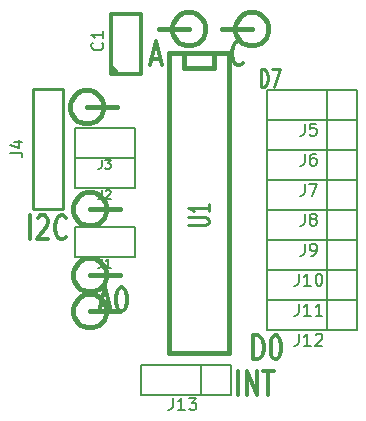
<source format=gto>
G04 (created by PCBNEW-RS274X (2011-05-25)-stable) date Thu 05 Jul 2012 10:45:02 PM EDT*
G01*
G70*
G90*
%MOIN*%
G04 Gerber Fmt 3.4, Leading zero omitted, Abs format*
%FSLAX34Y34*%
G04 APERTURE LIST*
%ADD10C,0.006000*%
%ADD11C,0.010000*%
%ADD12C,0.012000*%
%ADD13C,0.015000*%
%ADD14C,0.011300*%
%ADD15C,0.008000*%
G04 APERTURE END LIST*
G54D10*
G54D11*
X58305Y-26643D02*
X58305Y-26043D01*
X58400Y-26043D01*
X58458Y-26071D01*
X58496Y-26129D01*
X58515Y-26186D01*
X58534Y-26300D01*
X58534Y-26386D01*
X58515Y-26500D01*
X58496Y-26557D01*
X58458Y-26614D01*
X58400Y-26643D01*
X58305Y-26643D01*
X58667Y-26043D02*
X58934Y-26043D01*
X58762Y-26643D01*
G54D12*
X58058Y-35724D02*
X58058Y-34924D01*
X58201Y-34924D01*
X58286Y-34962D01*
X58344Y-35038D01*
X58372Y-35114D01*
X58401Y-35267D01*
X58401Y-35381D01*
X58372Y-35533D01*
X58344Y-35610D01*
X58286Y-35686D01*
X58201Y-35724D01*
X58058Y-35724D01*
X58772Y-34924D02*
X58829Y-34924D01*
X58886Y-34962D01*
X58915Y-35000D01*
X58944Y-35076D01*
X58972Y-35229D01*
X58972Y-35419D01*
X58944Y-35571D01*
X58915Y-35648D01*
X58886Y-35686D01*
X58829Y-35724D01*
X58772Y-35724D01*
X58715Y-35686D01*
X58686Y-35648D01*
X58658Y-35571D01*
X58629Y-35419D01*
X58629Y-35229D01*
X58658Y-35076D01*
X58686Y-35000D01*
X58715Y-34962D01*
X58772Y-34924D01*
X57557Y-36924D02*
X57557Y-36124D01*
X57843Y-36924D02*
X57843Y-36124D01*
X58186Y-36924D01*
X58186Y-36124D01*
X58386Y-36124D02*
X58729Y-36124D01*
X58558Y-36924D02*
X58558Y-36124D01*
X57715Y-25848D02*
X57686Y-25886D01*
X57600Y-25924D01*
X57543Y-25924D01*
X57458Y-25886D01*
X57400Y-25810D01*
X57372Y-25733D01*
X57343Y-25581D01*
X57343Y-25467D01*
X57372Y-25314D01*
X57400Y-25238D01*
X57458Y-25162D01*
X57543Y-25124D01*
X57600Y-25124D01*
X57686Y-25162D01*
X57715Y-25200D01*
X54657Y-25695D02*
X54943Y-25695D01*
X54600Y-25924D02*
X54800Y-25124D01*
X55000Y-25924D01*
X52972Y-33895D02*
X53258Y-33895D01*
X52915Y-34124D02*
X53115Y-33324D01*
X53315Y-34124D01*
X53629Y-33324D02*
X53686Y-33324D01*
X53743Y-33362D01*
X53772Y-33400D01*
X53801Y-33476D01*
X53829Y-33629D01*
X53829Y-33819D01*
X53801Y-33971D01*
X53772Y-34048D01*
X53743Y-34086D01*
X53686Y-34124D01*
X53629Y-34124D01*
X53572Y-34086D01*
X53543Y-34048D01*
X53515Y-33971D01*
X53486Y-33819D01*
X53486Y-33629D01*
X53515Y-33476D01*
X53543Y-33400D01*
X53572Y-33362D01*
X53629Y-33324D01*
X50615Y-31724D02*
X50615Y-30924D01*
X50872Y-31000D02*
X50901Y-30962D01*
X50958Y-30924D01*
X51101Y-30924D01*
X51158Y-30962D01*
X51187Y-31000D01*
X51215Y-31076D01*
X51215Y-31152D01*
X51187Y-31267D01*
X50844Y-31724D01*
X51215Y-31724D01*
X51815Y-31648D02*
X51786Y-31686D01*
X51700Y-31724D01*
X51643Y-31724D01*
X51558Y-31686D01*
X51500Y-31610D01*
X51472Y-31533D01*
X51443Y-31381D01*
X51443Y-31267D01*
X51472Y-31114D01*
X51500Y-31038D01*
X51558Y-30962D01*
X51643Y-30924D01*
X51700Y-30924D01*
X51786Y-30962D01*
X51815Y-31000D01*
G54D13*
X52600Y-32900D02*
X53600Y-32900D01*
X53159Y-32900D02*
X53148Y-33008D01*
X53116Y-33113D01*
X53065Y-33209D01*
X52996Y-33293D01*
X52912Y-33363D01*
X52816Y-33415D01*
X52712Y-33447D01*
X52603Y-33458D01*
X52496Y-33449D01*
X52391Y-33418D01*
X52294Y-33367D01*
X52209Y-33299D01*
X52139Y-33215D01*
X52087Y-33120D01*
X52054Y-33016D01*
X52042Y-32907D01*
X52051Y-32800D01*
X52081Y-32695D01*
X52131Y-32598D01*
X52198Y-32512D01*
X52281Y-32441D01*
X52377Y-32388D01*
X52480Y-32355D01*
X52589Y-32342D01*
X52697Y-32350D01*
X52802Y-32379D01*
X52899Y-32429D01*
X52985Y-32496D01*
X53056Y-32578D01*
X53110Y-32673D01*
X53145Y-32777D01*
X53158Y-32885D01*
X53159Y-32900D01*
X52600Y-30700D02*
X53600Y-30700D01*
X53159Y-30700D02*
X53148Y-30808D01*
X53116Y-30913D01*
X53065Y-31009D01*
X52996Y-31093D01*
X52912Y-31163D01*
X52816Y-31215D01*
X52712Y-31247D01*
X52603Y-31258D01*
X52496Y-31249D01*
X52391Y-31218D01*
X52294Y-31167D01*
X52209Y-31099D01*
X52139Y-31015D01*
X52087Y-30920D01*
X52054Y-30816D01*
X52042Y-30707D01*
X52051Y-30600D01*
X52081Y-30495D01*
X52131Y-30398D01*
X52198Y-30312D01*
X52281Y-30241D01*
X52377Y-30188D01*
X52480Y-30155D01*
X52589Y-30142D01*
X52697Y-30150D01*
X52802Y-30179D01*
X52899Y-30229D01*
X52985Y-30296D01*
X53056Y-30378D01*
X53110Y-30473D01*
X53145Y-30577D01*
X53158Y-30685D01*
X53159Y-30700D01*
X52500Y-27300D02*
X53500Y-27300D01*
X53059Y-27300D02*
X53048Y-27408D01*
X53016Y-27513D01*
X52965Y-27609D01*
X52896Y-27693D01*
X52812Y-27763D01*
X52716Y-27815D01*
X52612Y-27847D01*
X52503Y-27858D01*
X52396Y-27849D01*
X52291Y-27818D01*
X52194Y-27767D01*
X52109Y-27699D01*
X52039Y-27615D01*
X51987Y-27520D01*
X51954Y-27416D01*
X51942Y-27307D01*
X51951Y-27200D01*
X51981Y-27095D01*
X52031Y-26998D01*
X52098Y-26912D01*
X52181Y-26841D01*
X52277Y-26788D01*
X52380Y-26755D01*
X52489Y-26742D01*
X52597Y-26750D01*
X52702Y-26779D01*
X52799Y-26829D01*
X52885Y-26896D01*
X52956Y-26978D01*
X53010Y-27073D01*
X53045Y-27177D01*
X53058Y-27285D01*
X53059Y-27300D01*
X52600Y-34100D02*
X53600Y-34100D01*
X53159Y-34100D02*
X53148Y-34208D01*
X53116Y-34313D01*
X53065Y-34409D01*
X52996Y-34493D01*
X52912Y-34563D01*
X52816Y-34615D01*
X52712Y-34647D01*
X52603Y-34658D01*
X52496Y-34649D01*
X52391Y-34618D01*
X52294Y-34567D01*
X52209Y-34499D01*
X52139Y-34415D01*
X52087Y-34320D01*
X52054Y-34216D01*
X52042Y-34107D01*
X52051Y-34000D01*
X52081Y-33895D01*
X52131Y-33798D01*
X52198Y-33712D01*
X52281Y-33641D01*
X52377Y-33588D01*
X52480Y-33555D01*
X52589Y-33542D01*
X52697Y-33550D01*
X52802Y-33579D01*
X52899Y-33629D01*
X52985Y-33696D01*
X53056Y-33778D01*
X53110Y-33873D01*
X53145Y-33977D01*
X53158Y-34085D01*
X53159Y-34100D01*
X58000Y-24700D02*
X57000Y-24700D01*
X58559Y-24700D02*
X58548Y-24808D01*
X58516Y-24913D01*
X58465Y-25009D01*
X58396Y-25093D01*
X58312Y-25163D01*
X58216Y-25215D01*
X58112Y-25247D01*
X58003Y-25258D01*
X57896Y-25249D01*
X57791Y-25218D01*
X57694Y-25167D01*
X57609Y-25099D01*
X57539Y-25015D01*
X57487Y-24920D01*
X57454Y-24816D01*
X57442Y-24707D01*
X57451Y-24600D01*
X57481Y-24495D01*
X57531Y-24398D01*
X57598Y-24312D01*
X57681Y-24241D01*
X57777Y-24188D01*
X57880Y-24155D01*
X57989Y-24142D01*
X58097Y-24150D01*
X58202Y-24179D01*
X58299Y-24229D01*
X58385Y-24296D01*
X58456Y-24378D01*
X58510Y-24473D01*
X58545Y-24577D01*
X58558Y-24685D01*
X58559Y-24700D01*
X55900Y-24700D02*
X54900Y-24700D01*
X56459Y-24700D02*
X56448Y-24808D01*
X56416Y-24913D01*
X56365Y-25009D01*
X56296Y-25093D01*
X56212Y-25163D01*
X56116Y-25215D01*
X56012Y-25247D01*
X55903Y-25258D01*
X55796Y-25249D01*
X55691Y-25218D01*
X55594Y-25167D01*
X55509Y-25099D01*
X55439Y-25015D01*
X55387Y-24920D01*
X55354Y-24816D01*
X55342Y-24707D01*
X55351Y-24600D01*
X55381Y-24495D01*
X55431Y-24398D01*
X55498Y-24312D01*
X55581Y-24241D01*
X55677Y-24188D01*
X55780Y-24155D01*
X55889Y-24142D01*
X55997Y-24150D01*
X56102Y-24179D01*
X56199Y-24229D01*
X56285Y-24296D01*
X56356Y-24378D01*
X56410Y-24473D01*
X56445Y-24577D01*
X56458Y-24685D01*
X56459Y-24700D01*
X56750Y-25500D02*
X56750Y-26000D01*
X56750Y-26000D02*
X55750Y-26000D01*
X55750Y-26000D02*
X55750Y-25500D01*
X57250Y-25500D02*
X57250Y-35500D01*
X57250Y-35500D02*
X55250Y-35500D01*
X55250Y-35500D02*
X55250Y-25500D01*
X55250Y-25500D02*
X57250Y-25500D01*
G54D12*
X53300Y-26180D02*
X53300Y-24200D01*
X53300Y-24200D02*
X54300Y-24200D01*
X54300Y-24200D02*
X54300Y-26200D01*
X54300Y-26200D02*
X53300Y-26200D01*
X53550Y-26200D02*
X53300Y-25950D01*
G54D10*
X54100Y-31300D02*
X54100Y-32300D01*
X54100Y-32300D02*
X52100Y-32300D01*
X52100Y-32300D02*
X52100Y-31300D01*
X52100Y-31300D02*
X54100Y-31300D01*
X54100Y-29000D02*
X54100Y-30000D01*
X54100Y-30000D02*
X52100Y-30000D01*
X52100Y-30000D02*
X52100Y-29000D01*
X52100Y-29000D02*
X54100Y-29000D01*
X54100Y-28000D02*
X54100Y-29000D01*
X54100Y-29000D02*
X52100Y-29000D01*
X52100Y-29000D02*
X52100Y-28000D01*
X52100Y-28000D02*
X54100Y-28000D01*
G54D11*
X51700Y-26700D02*
X51700Y-30700D01*
X50700Y-26700D02*
X50700Y-30700D01*
X50700Y-30700D02*
X51700Y-30700D01*
X51700Y-26700D02*
X50700Y-26700D01*
G54D10*
X61500Y-26750D02*
X61500Y-27750D01*
X61500Y-27750D02*
X58500Y-27750D01*
X58500Y-27750D02*
X58500Y-26750D01*
X58500Y-26750D02*
X61500Y-26750D01*
X60500Y-27750D02*
X60500Y-26750D01*
X61500Y-27750D02*
X61500Y-28750D01*
X61500Y-28750D02*
X58500Y-28750D01*
X58500Y-28750D02*
X58500Y-27750D01*
X58500Y-27750D02*
X61500Y-27750D01*
X60500Y-28750D02*
X60500Y-27750D01*
X61500Y-28750D02*
X61500Y-29750D01*
X61500Y-29750D02*
X58500Y-29750D01*
X58500Y-29750D02*
X58500Y-28750D01*
X58500Y-28750D02*
X61500Y-28750D01*
X60500Y-29750D02*
X60500Y-28750D01*
X61500Y-29750D02*
X61500Y-30750D01*
X61500Y-30750D02*
X58500Y-30750D01*
X58500Y-30750D02*
X58500Y-29750D01*
X58500Y-29750D02*
X61500Y-29750D01*
X60500Y-30750D02*
X60500Y-29750D01*
X61500Y-30750D02*
X61500Y-31750D01*
X61500Y-31750D02*
X58500Y-31750D01*
X58500Y-31750D02*
X58500Y-30750D01*
X58500Y-30750D02*
X61500Y-30750D01*
X60500Y-31750D02*
X60500Y-30750D01*
X61500Y-31750D02*
X61500Y-32750D01*
X61500Y-32750D02*
X58500Y-32750D01*
X58500Y-32750D02*
X58500Y-31750D01*
X58500Y-31750D02*
X61500Y-31750D01*
X60500Y-32750D02*
X60500Y-31750D01*
X61500Y-32750D02*
X61500Y-33750D01*
X61500Y-33750D02*
X58500Y-33750D01*
X58500Y-33750D02*
X58500Y-32750D01*
X58500Y-32750D02*
X61500Y-32750D01*
X60500Y-33750D02*
X60500Y-32750D01*
X61500Y-33750D02*
X61500Y-34750D01*
X61500Y-34750D02*
X58500Y-34750D01*
X58500Y-34750D02*
X58500Y-33750D01*
X58500Y-33750D02*
X61500Y-33750D01*
X60500Y-34750D02*
X60500Y-33750D01*
X57300Y-35900D02*
X57300Y-36900D01*
X57300Y-36900D02*
X54300Y-36900D01*
X54300Y-36900D02*
X54300Y-35900D01*
X54300Y-35900D02*
X57300Y-35900D01*
X56300Y-36900D02*
X56300Y-35900D01*
G54D14*
X55883Y-31243D02*
X56450Y-31243D01*
X56517Y-31221D01*
X56550Y-31200D01*
X56583Y-31157D01*
X56583Y-31071D01*
X56550Y-31029D01*
X56517Y-31007D01*
X56450Y-30986D01*
X55883Y-30986D01*
X56583Y-30536D02*
X56583Y-30793D01*
X56583Y-30665D02*
X55883Y-30665D01*
X55983Y-30708D01*
X56050Y-30750D01*
X56083Y-30793D01*
G54D15*
X53024Y-25166D02*
X53043Y-25185D01*
X53062Y-25242D01*
X53062Y-25280D01*
X53043Y-25338D01*
X53005Y-25376D01*
X52967Y-25395D01*
X52890Y-25414D01*
X52833Y-25414D01*
X52757Y-25395D01*
X52719Y-25376D01*
X52681Y-25338D01*
X52662Y-25280D01*
X52662Y-25242D01*
X52681Y-25185D01*
X52700Y-25166D01*
X53062Y-24785D02*
X53062Y-25014D01*
X53062Y-24900D02*
X52662Y-24900D01*
X52719Y-24938D01*
X52757Y-24976D01*
X52776Y-25014D01*
G54D10*
X53000Y-32371D02*
X53000Y-32586D01*
X52986Y-32629D01*
X52957Y-32657D01*
X52914Y-32671D01*
X52886Y-32671D01*
X53301Y-32671D02*
X53129Y-32671D01*
X53215Y-32671D02*
X53215Y-32371D01*
X53186Y-32414D01*
X53158Y-32443D01*
X53129Y-32457D01*
X53000Y-30071D02*
X53000Y-30286D01*
X52986Y-30329D01*
X52957Y-30357D01*
X52914Y-30371D01*
X52886Y-30371D01*
X53129Y-30100D02*
X53143Y-30086D01*
X53172Y-30071D01*
X53243Y-30071D01*
X53272Y-30086D01*
X53286Y-30100D01*
X53301Y-30129D01*
X53301Y-30157D01*
X53286Y-30200D01*
X53115Y-30371D01*
X53301Y-30371D01*
X53000Y-29071D02*
X53000Y-29286D01*
X52986Y-29329D01*
X52957Y-29357D01*
X52914Y-29371D01*
X52886Y-29371D01*
X53115Y-29071D02*
X53301Y-29071D01*
X53201Y-29186D01*
X53243Y-29186D01*
X53272Y-29200D01*
X53286Y-29214D01*
X53301Y-29243D01*
X53301Y-29314D01*
X53286Y-29343D01*
X53272Y-29357D01*
X53243Y-29371D01*
X53158Y-29371D01*
X53129Y-29357D01*
X53115Y-29343D01*
G54D15*
X49962Y-28833D02*
X50248Y-28833D01*
X50305Y-28853D01*
X50343Y-28891D01*
X50362Y-28948D01*
X50362Y-28986D01*
X50095Y-28471D02*
X50362Y-28471D01*
X49943Y-28567D02*
X50229Y-28662D01*
X50229Y-28414D01*
G54D10*
X59767Y-27862D02*
X59767Y-28148D01*
X59747Y-28205D01*
X59709Y-28243D01*
X59652Y-28262D01*
X59614Y-28262D01*
X60148Y-27862D02*
X59957Y-27862D01*
X59938Y-28052D01*
X59957Y-28033D01*
X59995Y-28014D01*
X60091Y-28014D01*
X60129Y-28033D01*
X60148Y-28052D01*
X60167Y-28090D01*
X60167Y-28186D01*
X60148Y-28224D01*
X60129Y-28243D01*
X60091Y-28262D01*
X59995Y-28262D01*
X59957Y-28243D01*
X59938Y-28224D01*
X59767Y-28862D02*
X59767Y-29148D01*
X59747Y-29205D01*
X59709Y-29243D01*
X59652Y-29262D01*
X59614Y-29262D01*
X60129Y-28862D02*
X60052Y-28862D01*
X60014Y-28881D01*
X59995Y-28900D01*
X59957Y-28957D01*
X59938Y-29033D01*
X59938Y-29186D01*
X59957Y-29224D01*
X59976Y-29243D01*
X60014Y-29262D01*
X60091Y-29262D01*
X60129Y-29243D01*
X60148Y-29224D01*
X60167Y-29186D01*
X60167Y-29090D01*
X60148Y-29052D01*
X60129Y-29033D01*
X60091Y-29014D01*
X60014Y-29014D01*
X59976Y-29033D01*
X59957Y-29052D01*
X59938Y-29090D01*
X59767Y-29862D02*
X59767Y-30148D01*
X59747Y-30205D01*
X59709Y-30243D01*
X59652Y-30262D01*
X59614Y-30262D01*
X59919Y-29862D02*
X60186Y-29862D01*
X60014Y-30262D01*
X59767Y-30862D02*
X59767Y-31148D01*
X59747Y-31205D01*
X59709Y-31243D01*
X59652Y-31262D01*
X59614Y-31262D01*
X60014Y-31033D02*
X59976Y-31014D01*
X59957Y-30995D01*
X59938Y-30957D01*
X59938Y-30938D01*
X59957Y-30900D01*
X59976Y-30881D01*
X60014Y-30862D01*
X60091Y-30862D01*
X60129Y-30881D01*
X60148Y-30900D01*
X60167Y-30938D01*
X60167Y-30957D01*
X60148Y-30995D01*
X60129Y-31014D01*
X60091Y-31033D01*
X60014Y-31033D01*
X59976Y-31052D01*
X59957Y-31071D01*
X59938Y-31110D01*
X59938Y-31186D01*
X59957Y-31224D01*
X59976Y-31243D01*
X60014Y-31262D01*
X60091Y-31262D01*
X60129Y-31243D01*
X60148Y-31224D01*
X60167Y-31186D01*
X60167Y-31110D01*
X60148Y-31071D01*
X60129Y-31052D01*
X60091Y-31033D01*
X59767Y-31862D02*
X59767Y-32148D01*
X59747Y-32205D01*
X59709Y-32243D01*
X59652Y-32262D01*
X59614Y-32262D01*
X59976Y-32262D02*
X60052Y-32262D01*
X60091Y-32243D01*
X60110Y-32224D01*
X60148Y-32167D01*
X60167Y-32090D01*
X60167Y-31938D01*
X60148Y-31900D01*
X60129Y-31881D01*
X60091Y-31862D01*
X60014Y-31862D01*
X59976Y-31881D01*
X59957Y-31900D01*
X59938Y-31938D01*
X59938Y-32033D01*
X59957Y-32071D01*
X59976Y-32090D01*
X60014Y-32110D01*
X60091Y-32110D01*
X60129Y-32090D01*
X60148Y-32071D01*
X60167Y-32033D01*
X59577Y-32862D02*
X59577Y-33148D01*
X59557Y-33205D01*
X59519Y-33243D01*
X59462Y-33262D01*
X59424Y-33262D01*
X59977Y-33262D02*
X59748Y-33262D01*
X59862Y-33262D02*
X59862Y-32862D01*
X59824Y-32919D01*
X59786Y-32957D01*
X59748Y-32976D01*
X60224Y-32862D02*
X60263Y-32862D01*
X60301Y-32881D01*
X60320Y-32900D01*
X60339Y-32938D01*
X60358Y-33014D01*
X60358Y-33110D01*
X60339Y-33186D01*
X60320Y-33224D01*
X60301Y-33243D01*
X60263Y-33262D01*
X60224Y-33262D01*
X60186Y-33243D01*
X60167Y-33224D01*
X60148Y-33186D01*
X60129Y-33110D01*
X60129Y-33014D01*
X60148Y-32938D01*
X60167Y-32900D01*
X60186Y-32881D01*
X60224Y-32862D01*
X59577Y-33862D02*
X59577Y-34148D01*
X59557Y-34205D01*
X59519Y-34243D01*
X59462Y-34262D01*
X59424Y-34262D01*
X59977Y-34262D02*
X59748Y-34262D01*
X59862Y-34262D02*
X59862Y-33862D01*
X59824Y-33919D01*
X59786Y-33957D01*
X59748Y-33976D01*
X60358Y-34262D02*
X60129Y-34262D01*
X60243Y-34262D02*
X60243Y-33862D01*
X60205Y-33919D01*
X60167Y-33957D01*
X60129Y-33976D01*
X59577Y-34862D02*
X59577Y-35148D01*
X59557Y-35205D01*
X59519Y-35243D01*
X59462Y-35262D01*
X59424Y-35262D01*
X59977Y-35262D02*
X59748Y-35262D01*
X59862Y-35262D02*
X59862Y-34862D01*
X59824Y-34919D01*
X59786Y-34957D01*
X59748Y-34976D01*
X60129Y-34900D02*
X60148Y-34881D01*
X60186Y-34862D01*
X60282Y-34862D01*
X60320Y-34881D01*
X60339Y-34900D01*
X60358Y-34938D01*
X60358Y-34976D01*
X60339Y-35033D01*
X60110Y-35262D01*
X60358Y-35262D01*
X55377Y-37012D02*
X55377Y-37298D01*
X55357Y-37355D01*
X55319Y-37393D01*
X55262Y-37412D01*
X55224Y-37412D01*
X55777Y-37412D02*
X55548Y-37412D01*
X55662Y-37412D02*
X55662Y-37012D01*
X55624Y-37069D01*
X55586Y-37107D01*
X55548Y-37126D01*
X55910Y-37012D02*
X56158Y-37012D01*
X56024Y-37164D01*
X56082Y-37164D01*
X56120Y-37183D01*
X56139Y-37202D01*
X56158Y-37240D01*
X56158Y-37336D01*
X56139Y-37374D01*
X56120Y-37393D01*
X56082Y-37412D01*
X55967Y-37412D01*
X55929Y-37393D01*
X55910Y-37374D01*
M02*

</source>
